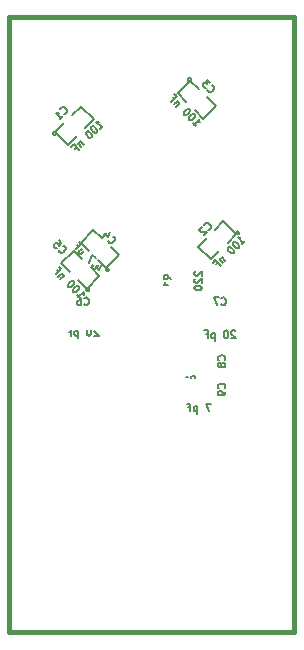
<source format=gbo>
%FSLAX23Y23*%
%MOIN*%
%SFA1B1*%

%IPPOS*%
%ADD11C,0.015000*%
%ADD23C,0.005000*%
%LNarmplatform-1*%
%LPD*%
G54D11*
X639Y380D02*
Y2430D01*
X1589Y380D02*
X639D01*
X1589Y2430D02*
Y380D01*
X639Y2430D02*
X1589D01*
G54D23*
X794Y2044D02*
X794Y2043D01*
X793Y2042*
X793Y2041*
X792Y2040*
X792Y2040*
X791Y2039*
X790Y2039*
X789Y2039*
X788*
X787Y2039*
X786Y2040*
X785Y2040*
X785Y2041*
X784Y2042*
X784Y2043*
X784Y2044*
Y2045*
X784Y2046*
X785Y2047*
X785Y2047*
X786Y2048*
X787Y2048*
X788Y2049*
X789Y2049*
X790*
X791Y2048*
X791Y2048*
X792Y2047*
X793Y2047*
X793Y2046*
X794Y2045*
X794Y2044*
X794Y2044*
X821Y2076D02*
X792Y2047D01*
X835Y2005D01*
X863Y2033D01*
X891Y2061D02*
X920Y2090D01*
X877Y2132D01*
X849Y2104D01*
X1403Y1711D02*
X1403Y1710D01*
X1403Y1709*
X1403Y1709*
X1402Y1708*
X1401Y1707*
X1400Y1707*
X1399Y1706*
X1398Y1706*
X1398*
X1397Y1707*
X1396Y1707*
X1395Y1708*
X1394Y1708*
X1394Y1709*
X1394Y1710*
X1394Y1711*
Y1712*
X1394Y1713*
X1394Y1714*
X1395Y1715*
X1396Y1715*
X1396Y1716*
X1397Y1716*
X1398Y1716*
X1399*
X1400Y1716*
X1401Y1715*
X1402Y1715*
X1402Y1714*
X1403Y1713*
X1403Y1712*
X1403Y1711*
X1403Y1711*
X1367Y1679D02*
X1395Y1708D01*
X1352Y1750D01*
X1324Y1722D01*
X1296Y1694D02*
X1268Y1665D01*
X1310Y1623D01*
X1338Y1651D01*
X1244Y2223D02*
X1244Y2222D01*
X1243Y2221*
X1243Y2220*
X1242Y2219*
X1242Y2219*
X1241Y2218*
X1240Y2218*
X1239Y2218*
X1238*
X1237Y2218*
X1236Y2219*
X1235Y2219*
X1235Y2220*
X1234Y2221*
X1234Y2222*
X1234Y2223*
Y2224*
X1234Y2224*
X1235Y2225*
X1235Y2226*
X1236Y2227*
X1237Y2227*
X1238Y2227*
X1239Y2228*
X1240*
X1241Y2227*
X1241Y2227*
X1242Y2226*
X1243Y2225*
X1243Y2225*
X1244Y2224*
X1244Y2223*
X1244Y2223*
X1271Y2191D02*
X1242Y2219D01*
X1200Y2177D01*
X1228Y2148D01*
X1256Y2120D02*
X1285Y2092D01*
X1327Y2134D01*
X1299Y2163D01*
X970Y1590D02*
X970Y1589D01*
X969Y1588*
X969Y1587*
X968Y1587*
X968Y1586*
X967Y1585*
X966Y1585*
X965Y1585*
X964*
X963Y1585*
X962Y1586*
X961Y1587*
X961Y1587*
X960Y1588*
X960Y1589*
X960Y1590*
Y1591*
X960Y1592*
X961Y1593*
X961Y1593*
X962Y1594*
X963Y1595*
X964Y1595*
X965Y1595*
X966*
X967Y1595*
X967Y1594*
X968Y1594*
X969Y1593*
X969Y1592*
X970Y1591*
X970Y1590*
X970Y1590*
X933Y1622D02*
X961Y1594D01*
X1004Y1636D01*
X976Y1664D01*
X947Y1693D02*
X919Y1721D01*
X877Y1678D01*
X905Y1650D01*
X905Y1522D02*
X905Y1521D01*
X904Y1520*
X904Y1519*
X903Y1518*
X902Y1518*
X902Y1517*
X901Y1517*
X900Y1517*
X899*
X898Y1517*
X897Y1518*
X896Y1518*
X896Y1519*
X895Y1520*
X895Y1521*
X895Y1522*
Y1523*
X895Y1523*
X895Y1524*
X896Y1525*
X897Y1526*
X898Y1526*
X899Y1526*
X900Y1527*
X900*
X901Y1526*
X902Y1526*
X903Y1525*
X904Y1524*
X904Y1524*
X904Y1523*
X905Y1522*
X905Y1522*
X868Y1553D02*
X896Y1525D01*
X939Y1568D01*
X910Y1596D01*
X882Y1624D02*
X854Y1652D01*
X811Y1610D01*
X840Y1582D01*
X822Y2108D02*
X824D01*
X827Y2110*
X829Y2112*
X830Y2115*
Y2118*
X830Y2121*
X827Y2125*
X824Y2128*
X820Y2130*
X818Y2131*
X814*
X811Y2129*
X809Y2128*
X808Y2124*
Y2123*
X807Y2090D02*
X817Y2100D01*
X812Y2095D02*
X794Y2112D01*
X798Y2112*
X802*
X804Y2112*
X941Y2059D02*
X951Y2069D01*
X946Y2064D02*
X929Y2082D01*
X933Y2081*
X936*
X939Y2082*
X913Y2066D02*
X911Y2064D01*
X910Y2061*
Y2060*
X911Y2057*
X914Y2053*
X918Y2049*
X922Y2046*
X924Y2045*
X926*
X929Y2046*
X930Y2048*
X931Y2051*
Y2052*
X930Y2055*
X928Y2059*
X924Y2063*
X919Y2066*
X917Y2067*
X915*
X913Y2066*
X896Y2049D02*
X894Y2047D01*
X893Y2045*
Y2043*
X894Y2040*
X897Y2036*
X901Y2032*
X905Y2029*
X908Y2029*
X909*
X912Y2030*
X914Y2031*
X914Y2034*
Y2035*
X914Y2038*
X911Y2042*
X907Y2046*
X903Y2049*
X900Y2050*
X898*
X896Y2049*
X875Y2016D02*
X887Y2004D01*
X877Y2014D02*
X875Y2014D01*
X872Y2014*
X870Y2011*
X869Y2009*
X870Y2006*
X879Y1997*
X856Y1992D02*
X861Y1998D01*
X871Y1988D02*
X853Y2006D01*
X845Y1998*
X1302Y1722D02*
X1304D01*
X1307Y1724*
X1309Y1726*
X1311Y1729*
Y1733*
X1310Y1735*
X1307Y1739*
X1305Y1742*
X1301Y1744*
X1298Y1745*
X1295*
X1291Y1743*
X1290Y1742*
X1288Y1738*
Y1737*
X1281Y1730D02*
X1279D01*
X1277Y1729*
X1273Y1725*
X1272Y1722*
Y1721*
X1273Y1718*
X1275Y1717*
X1278Y1715*
X1298*
X1287Y1704*
X1414Y1673D02*
X1424Y1683D01*
X1419Y1678D02*
X1401Y1696D01*
X1405Y1695*
X1409*
X1411Y1696*
X1385Y1680D02*
X1384Y1678D01*
X1383Y1676*
Y1674*
X1384Y1671*
X1386Y1667*
X1390Y1663*
X1394Y1660*
X1397Y1660*
X1399*
X1401Y1660*
X1403Y1662*
X1404Y1665*
Y1666*
X1403Y1669*
X1400Y1673*
X1396Y1677*
X1392Y1680*
X1389Y1681*
X1388*
X1385Y1680*
X1368Y1663D02*
X1367Y1661D01*
X1366Y1659*
Y1657*
X1367Y1654*
X1369Y1650*
X1373Y1646*
X1378Y1644*
X1380Y1643*
X1382*
X1384Y1644*
X1386Y1645*
X1387Y1648*
Y1650*
X1386Y1652*
X1384Y1656*
X1379Y1660*
X1375Y1663*
X1373Y1664*
X1371*
X1368Y1663*
X1347Y1630D02*
X1359Y1618D01*
X1349Y1628D02*
X1347Y1629D01*
X1345Y1628*
X1342Y1625*
X1341Y1623*
X1342Y1620*
X1352Y1611*
X1328Y1606D02*
X1334Y1612D01*
X1343Y1602D02*
X1325Y1620D01*
X1317Y1612*
X1299Y2189D02*
Y2187D01*
X1301Y2184*
X1303Y2182*
X1306Y2181*
X1309*
X1312Y2181*
X1316Y2184*
X1319Y2186*
X1321Y2191*
X1322Y2193*
Y2197*
X1320Y2200*
X1319Y2202*
X1315Y2203*
X1314*
X1309Y2211D02*
X1298Y2222D01*
X1298Y2209*
X1295Y2212*
X1292Y2213*
X1291*
X1288Y2212*
X1284Y2207*
X1283Y2205*
Y2203*
X1284Y2201*
X1289Y2196*
X1292Y2195*
X1293*
X1250Y2077D02*
X1260Y2067D01*
X1255Y2072D02*
X1273Y2090D01*
X1272Y2086*
Y2082*
X1273Y2080*
X1257Y2106D02*
X1255Y2108D01*
X1252Y2109*
X1251*
X1248Y2108*
X1244Y2105*
X1240Y2101*
X1237Y2097*
X1236Y2094*
Y2093*
X1237Y2090*
X1239Y2088*
X1241Y2088*
X1243*
X1246Y2088*
X1250Y2091*
X1254Y2095*
X1257Y2099*
X1257Y2102*
Y2104*
X1257Y2106*
X1240Y2123D02*
X1238Y2125D01*
X1236Y2125*
X1234*
X1231Y2125*
X1227Y2122*
X1223Y2118*
X1220Y2114*
X1220Y2111*
Y2109*
X1220Y2107*
X1222Y2105*
X1225Y2104*
X1226*
X1229Y2105*
X1233Y2108*
X1237Y2112*
X1240Y2116*
X1241Y2119*
Y2120*
X1240Y2123*
X1207Y2144D02*
X1195Y2132D01*
X1205Y2142D02*
X1205Y2144D01*
X1204Y2146*
X1202Y2149*
X1199Y2150*
X1197Y2149*
X1188Y2140*
X1183Y2163D02*
X1188Y2157D01*
X1179Y2148D02*
X1197Y2166D01*
X1188Y2174*
X969Y1685D02*
Y1683D01*
X970Y1680*
X972Y1678*
X975Y1677*
X979*
X981Y1677*
X985Y1680*
X988Y1683*
X990Y1687*
X991Y1689*
Y1693*
X990Y1696*
X988Y1698*
X985Y1699*
X983*
X963Y1710D02*
X952Y1699D01*
X974Y1713D02*
X966Y1696D01*
X955Y1707*
X936Y1604D02*
X924Y1592D01*
X947Y1606D02*
X939Y1589D01*
X928Y1600*
X917Y1603D02*
X915Y1603D01*
Y1601*
X917*
Y1603*
X915Y1601*
X926Y1626D02*
X914Y1637D01*
X904Y1612*
X881Y1659D02*
X869Y1647D01*
X888Y1652D02*
X879Y1642D01*
X877Y1641*
X874Y1642*
X872Y1645*
X871Y1647*
Y1649*
X864Y1671D02*
X870Y1665D01*
X861Y1656D02*
X878Y1673D01*
X870Y1682*
X803Y1654D02*
Y1652D01*
X805Y1649*
X806Y1647*
X810Y1645*
X813*
X816Y1646*
X820Y1649*
X822Y1651*
X825Y1655*
X826Y1658*
Y1661*
X824Y1664*
X822Y1666*
X819Y1668*
X817*
X803Y1686D02*
X812Y1677D01*
X804Y1668*
Y1670*
X803Y1672*
X799Y1676*
X796Y1677*
X795*
X792Y1676*
X788Y1672*
X787Y1670*
Y1668*
X788Y1665*
X792Y1661*
X795Y1660*
X796*
X864Y1503D02*
X874Y1493D01*
X869Y1498D02*
X887Y1515D01*
X886Y1511*
Y1508*
X887Y1505*
X871Y1531D02*
X869Y1533D01*
X867Y1534*
X865*
X862Y1533*
X858Y1530*
X854Y1526*
X851Y1522*
X851Y1520*
Y1518*
X851Y1515*
X853Y1514*
X856Y1513*
X857*
X860Y1514*
X864Y1516*
X868Y1520*
X871Y1525*
X872Y1527*
Y1529*
X871Y1531*
X854Y1548D02*
X852Y1550D01*
X850Y1551*
X848*
X845Y1550*
X841Y1547*
X837Y1543*
X835Y1539*
X834Y1536*
Y1535*
X835Y1532*
X836Y1530*
X839Y1530*
X841*
X843Y1530*
X847Y1533*
X851Y1537*
X854Y1541*
X855Y1544*
Y1546*
X854Y1548*
X821Y1569D02*
X809Y1557D01*
X819Y1567D02*
X820Y1569D01*
X819Y1572*
X816Y1574*
X814Y1575*
X811Y1574*
X802Y1565*
X797Y1588D02*
X803Y1583D01*
X793Y1573D02*
X811Y1591D01*
X803Y1599*
X889Y1473D02*
X890Y1472D01*
X893Y1471*
X896*
X899Y1472*
X902Y1474*
X903Y1477*
X904Y1481*
Y1485*
X903Y1490*
X902Y1492*
X899Y1495*
X896Y1496*
X893*
X890Y1495*
X889Y1493*
X867Y1496D02*
X872D01*
X874Y1495*
X876Y1493*
X878Y1490*
X879Y1485*
Y1475*
X878Y1473*
X877Y1472*
X874Y1471*
X870*
X867Y1472*
X866Y1473*
X865Y1475*
Y1481*
X866Y1484*
X867Y1485*
X870Y1486*
X874*
X877Y1485*
X878Y1484*
X879Y1481*
X867Y1385D02*
Y1360D01*
Y1384D02*
X865Y1385D01*
X860*
X858Y1384*
X856Y1383*
X855Y1380*
Y1373*
X856Y1371*
X858Y1370*
X860Y1368*
X865*
X867Y1370*
X836Y1381D02*
X845D01*
X1345Y1473D02*
X1347Y1472D01*
X1350Y1471*
X1352*
X1356Y1472*
X1358Y1474*
X1360Y1477*
X1361Y1481*
Y1485*
X1360Y1490*
X1358Y1492*
X1356Y1495*
X1352Y1496*
X1350*
X1347Y1495*
X1345Y1493*
X1337Y1496D02*
X1320D01*
X1331Y1471*
X1392Y1383D02*
X1390Y1384D01*
X1388Y1386*
X1382*
X1380Y1384*
X1379Y1383*
X1377Y1381*
Y1378*
X1379Y1375*
X1393Y1361*
X1377*
X1362Y1386D02*
X1360D01*
X1357Y1384*
X1356Y1383*
X1355Y1381*
X1354Y1376*
Y1370*
X1355Y1365*
X1356Y1363*
X1357Y1362*
X1360Y1361*
X1362*
X1364Y1362*
X1366Y1363*
X1367Y1365*
X1368Y1370*
Y1376*
X1367Y1381*
X1366Y1383*
X1364Y1384*
X1362Y1386*
X1324Y1377D02*
Y1352D01*
Y1376D02*
X1322Y1377D01*
X1317*
X1314Y1376*
X1313Y1375*
X1312Y1372*
Y1365*
X1313Y1363*
X1314Y1362*
X1317Y1361*
X1322*
X1324Y1362*
X1293Y1374D02*
X1301D01*
Y1361D02*
Y1386D01*
X1289*
X1357Y1288D02*
X1358Y1289D01*
X1359Y1293*
Y1295*
X1358Y1299*
X1355Y1301*
X1353Y1302*
X1348Y1304*
X1345*
X1340Y1302*
X1338Y1301*
X1335Y1299*
X1334Y1295*
Y1293*
X1335Y1289*
X1336Y1288*
X1345Y1274D02*
X1344Y1276D01*
X1342Y1277*
X1340Y1279*
X1339*
X1336Y1277*
X1335Y1276*
X1334Y1274*
Y1269*
X1335Y1267*
X1336Y1265*
X1339Y1264*
X1340*
X1342Y1265*
X1344Y1267*
X1345Y1269*
Y1274*
X1346Y1276*
X1347Y1277*
X1350Y1279*
X1354*
X1357Y1277*
X1358Y1276*
X1359Y1274*
Y1269*
X1358Y1267*
X1357Y1265*
X1354Y1264*
X1350*
X1347Y1265*
X1346Y1267*
X1345Y1269*
X1226Y1232D02*
X1234D01*
X1357Y1194D02*
X1358Y1195D01*
X1359Y1198*
Y1201*
X1358Y1204*
X1355Y1207*
X1353Y1208*
X1348Y1209*
X1345*
X1340Y1208*
X1338Y1207*
X1335Y1204*
X1334Y1201*
Y1198*
X1335Y1195*
X1336Y1194*
X1359Y1182D02*
Y1177D01*
X1358Y1175*
X1357Y1173*
X1353Y1171*
X1348Y1170*
X1339*
X1336Y1171*
X1335Y1172*
X1334Y1175*
Y1179*
X1335Y1182*
X1336Y1183*
X1339Y1184*
X1345*
X1347Y1183*
X1348Y1182*
X1350Y1179*
Y1175*
X1348Y1172*
X1347Y1171*
X1345Y1170*
X1310Y1141D02*
X1293D01*
X1304Y1116*
X1265Y1133D02*
Y1108D01*
Y1132D02*
X1263Y1133D01*
X1258*
X1255Y1132*
X1254Y1131*
X1253Y1128*
Y1121*
X1254Y1119*
X1255Y1118*
X1258Y1116*
X1263*
X1265Y1118*
X1234Y1130D02*
X1242D01*
Y1116D02*
Y1141D01*
X1230*
X1178Y1556D02*
X1166Y1564D01*
X1258Y1583D02*
X1257Y1581D01*
X1255Y1579*
Y1573*
X1257Y1571*
X1258Y1570*
X1260Y1568*
X1263*
X1266Y1570*
X1280Y1584*
Y1568*
X1258Y1559D02*
X1257Y1558D01*
X1255Y1555*
Y1549*
X1257Y1547*
X1258Y1546*
X1260Y1545*
X1263*
X1266Y1546*
X1280Y1560*
Y1545*
X1255Y1529D02*
Y1527D01*
X1257Y1524*
X1258Y1523*
X1260Y1522*
X1265Y1521*
X1271*
X1276Y1522*
X1278Y1523*
X1279Y1524*
X1280Y1527*
Y1529*
X1279Y1532*
X1278Y1533*
X1276Y1534*
X1271Y1535*
X1265*
X1260Y1534*
X1258Y1533*
X1257Y1532*
X1255Y1529*
X922Y1383D02*
X936Y1368D01*
X921D01*
X897Y1384D02*
Y1378D01*
X898Y1373D01*
X899Y1371D01*
X900Y1370D01*
X903Y1368D01*
X905D01*
X908Y1370D01*
X909Y1371D01*
X910Y1373D01*
X911Y1378D01*
Y1384D01*
X1257Y1234D02*
X1255Y1235D01*
X1250D01*
X1247Y1234D01*
X1246Y1233D01*
X1245Y1231D01*
X1153Y1539D02*
X1157Y1542D01*
X1159Y1544D01*
X1160Y1546D01*
X1153Y1570D02*
Y1561D01*
X1154Y1558D01*
X1155Y1557D01*
X1158Y1556D01*
X1161D01*
X1164Y1557D01*
X1165Y1558D01*
X1166Y1561D01*
Y1570D01*
X845Y1368D02*
Y1386D01*
X897Y1384D02*
X898Y1386D01*
X911Y1384D02*
X910Y1386D01*
X1257Y1235D02*
Y1226D01*
X1245Y1231D02*
Y1226D01*
X1153Y1539D02*
X1169D01*
X1153Y1570D02*
X1169D01*
M02*
</source>
